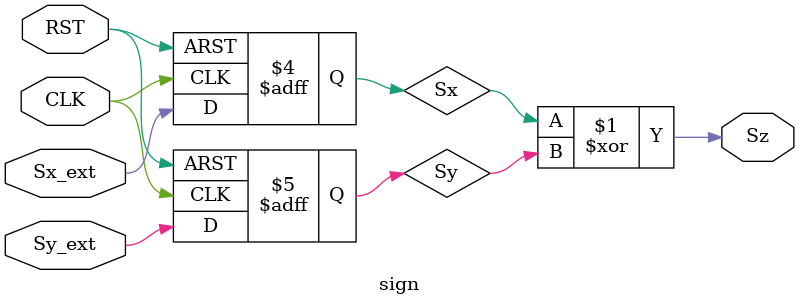
<source format=v>
module sign (
input  	wire 			CLK,RST,
input 	wire 	     	Sx_ext,Sy_ext,
output 	wire 		    Sz
);

reg 	     	Sx,Sy;

assign Sz = Sx ^ Sy ;

always @ (posedge CLK or negedge RST )
	begin
	if (!RST) 
		begin
			Sx <= 0;
			Sy <= 0;
		end
		
	else
		begin
			Sx <= Sx_ext;
			Sy <= Sy_ext;
		end			
	end
	


endmodule
</source>
